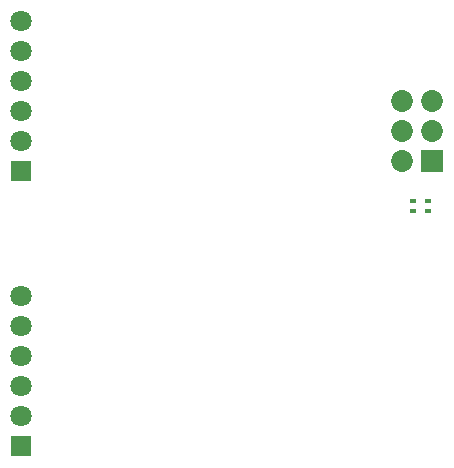
<source format=gbs>
G04*
G04 #@! TF.GenerationSoftware,Altium Limited,Altium Designer,21.6.1 (37)*
G04*
G04 Layer_Color=16711935*
%FSLAX25Y25*%
%MOIN*%
G70*
G04*
G04 #@! TF.SameCoordinates,953C7FF0-8441-463C-8B19-84221F089CF9*
G04*
G04*
G04 #@! TF.FilePolarity,Negative*
G04*
G01*
G75*
%ADD15R,0.01968X0.01575*%
%ADD47C,0.07099*%
%ADD48R,0.07099X0.07099*%
%ADD49C,0.07296*%
%ADD50R,0.07296X0.07296*%
D15*
X502067Y258169D02*
D03*
Y255020D02*
D03*
X506988Y258169D02*
D03*
Y255020D02*
D03*
D47*
X371555Y226575D02*
D03*
Y216575D02*
D03*
Y196575D02*
D03*
Y186575D02*
D03*
Y206575D02*
D03*
Y318189D02*
D03*
Y308189D02*
D03*
Y288189D02*
D03*
Y278189D02*
D03*
Y298189D02*
D03*
D48*
Y176575D02*
D03*
Y268189D02*
D03*
D49*
X498465Y281752D02*
D03*
Y271752D02*
D03*
X508465Y281752D02*
D03*
Y291752D02*
D03*
X498465D02*
D03*
D50*
X508465Y271752D02*
D03*
M02*

</source>
